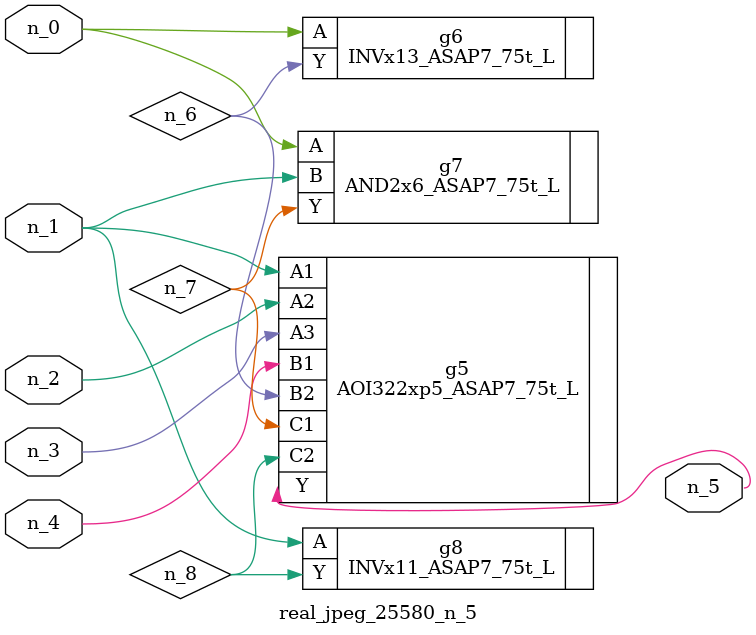
<source format=v>
module real_jpeg_25580_n_5 (n_4, n_0, n_1, n_2, n_3, n_5);

input n_4;
input n_0;
input n_1;
input n_2;
input n_3;

output n_5;

wire n_8;
wire n_6;
wire n_7;

INVx13_ASAP7_75t_L g6 ( 
.A(n_0),
.Y(n_6)
);

AND2x6_ASAP7_75t_L g7 ( 
.A(n_0),
.B(n_1),
.Y(n_7)
);

AOI322xp5_ASAP7_75t_L g5 ( 
.A1(n_1),
.A2(n_2),
.A3(n_3),
.B1(n_4),
.B2(n_6),
.C1(n_7),
.C2(n_8),
.Y(n_5)
);

INVx11_ASAP7_75t_L g8 ( 
.A(n_1),
.Y(n_8)
);


endmodule
</source>
